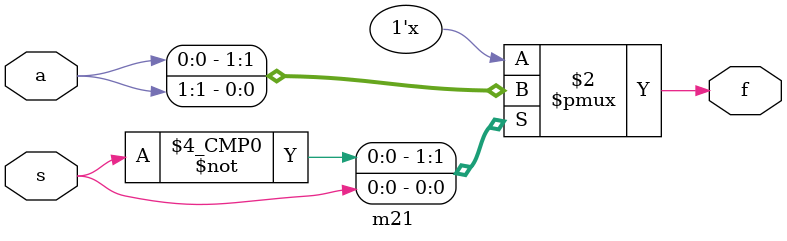
<source format=v>
module q2b(i,f);
	input [2:0]i;
	output f;
	m21 stage0({i[0],1'b0},i[1],g);
	m21 stage1({1'b1,i[0]},i[1],h);
	m21 stage2({h,g},i[2],f);
endmodule

module m21(a,s,f);
	input [1:0]a;
	input s;
	output f;
	reg f;
	always @ (a,s)
	case(s)
		0:f=a[0];
		1:f=a[1];
	endcase
endmodule

</source>
